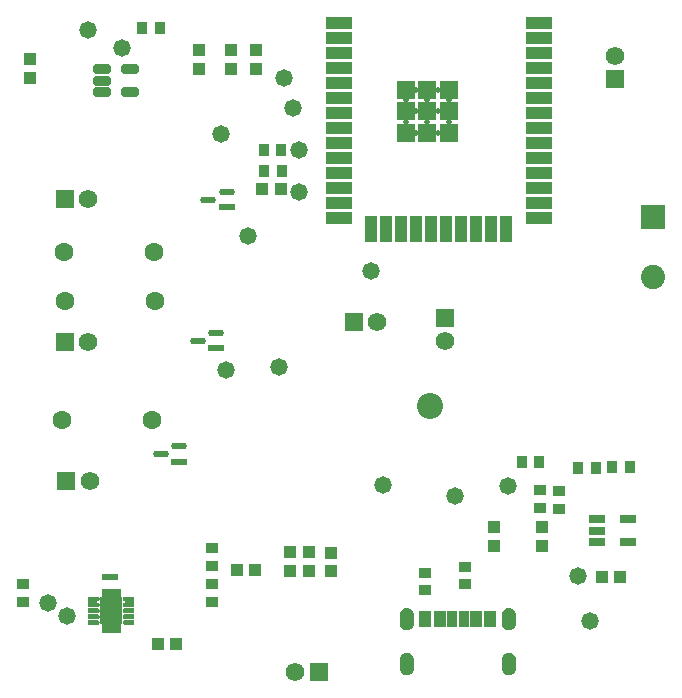
<source format=gts>
G04*
G04 #@! TF.GenerationSoftware,Altium Limited,Altium Designer,20.1.14 (287)*
G04*
G04 Layer_Color=8388736*
%FSLAX25Y25*%
%MOIN*%
G70*
G04*
G04 #@! TF.SameCoordinates,9BBB710E-F05C-4809-8D11-837B32203116*
G04*
G04*
G04 #@! TF.FilePolarity,Negative*
G04*
G01*
G75*
%ADD35R,0.02769X0.01981*%
%ADD36R,0.03556X0.04343*%
%ADD37R,0.05383X0.02122*%
G04:AMPARAMS|DCode=38|XSize=53.83mil|YSize=21.22mil|CornerRadius=10.61mil|HoleSize=0mil|Usage=FLASHONLY|Rotation=180.000|XOffset=0mil|YOffset=0mil|HoleType=Round|Shape=RoundedRectangle|*
%AMROUNDEDRECTD38*
21,1,0.05383,0.00000,0,0,180.0*
21,1,0.03260,0.02122,0,0,180.0*
1,1,0.02122,-0.01630,0.00000*
1,1,0.02122,0.01630,0.00000*
1,1,0.02122,0.01630,0.00000*
1,1,0.02122,-0.01630,0.00000*
%
%ADD38ROUNDEDRECTD38*%
G04:AMPARAMS|DCode=39|XSize=61.15mil|YSize=31.62mil|CornerRadius=6.95mil|HoleSize=0mil|Usage=FLASHONLY|Rotation=0.000|XOffset=0mil|YOffset=0mil|HoleType=Round|Shape=RoundedRectangle|*
%AMROUNDEDRECTD39*
21,1,0.06115,0.01772,0,0,0.0*
21,1,0.04724,0.03162,0,0,0.0*
1,1,0.01391,0.02362,-0.00886*
1,1,0.01391,-0.02362,-0.00886*
1,1,0.01391,-0.02362,0.00886*
1,1,0.01391,0.02362,0.00886*
%
%ADD39ROUNDEDRECTD39*%
%ADD40R,0.04147X0.04147*%
%ADD41R,0.05800X0.03000*%
%ADD42R,0.06036X0.06036*%
%ADD43R,0.08674X0.04343*%
%ADD44R,0.04343X0.08674*%
%ADD45R,0.02769X0.01587*%
%ADD46R,0.02769X0.02769*%
%ADD47R,0.04343X0.03556*%
%ADD48R,0.04343X0.05328*%
%ADD49R,0.03950X0.05328*%
%ADD50R,0.03556X0.05328*%
%ADD51R,0.01587X0.01587*%
%ADD52R,0.04147X0.04147*%
%ADD53C,0.08083*%
%ADD54R,0.08083X0.08083*%
%ADD55R,0.06186X0.06186*%
%ADD56C,0.06186*%
%ADD57R,0.06186X0.06186*%
%ADD58C,0.06312*%
%ADD59C,0.01981*%
%ADD60C,0.02375*%
%ADD61C,0.02769*%
%ADD62C,0.08674*%
%ADD63C,0.05800*%
G36*
X63363Y31759D02*
X63855D01*
Y22743D01*
X63363D01*
Y19987D01*
X61828D01*
Y22743D01*
X61788D01*
Y19987D01*
X60253D01*
Y22743D01*
X60213D01*
Y19987D01*
X58678D01*
Y22743D01*
X58639D01*
Y19987D01*
X57103D01*
Y22743D01*
X56611D01*
Y31759D01*
X57103D01*
Y34515D01*
X58639D01*
Y31759D01*
X58678D01*
Y34515D01*
X60213D01*
Y31759D01*
X60253D01*
Y34515D01*
X61788D01*
Y31759D01*
X61828D01*
Y34515D01*
X63363D01*
Y31759D01*
D02*
G37*
G36*
X67989Y30361D02*
X64918D01*
X64875Y30363D01*
X64832Y30366D01*
X64789Y30372D01*
X64746Y30380D01*
X64704Y30390D01*
X64663Y30402D01*
X64622Y30416D01*
X64582Y30433D01*
X64543Y30452D01*
X64505Y30472D01*
X64468Y30495D01*
X64432Y30519D01*
X64398Y30546D01*
X64365Y30574D01*
X64333Y30604D01*
X64304Y30635D01*
X64276Y30668D01*
X64249Y30702D01*
X64225Y30738D01*
X64202Y30775D01*
X64181Y30813D01*
X64163Y30852D01*
X64146Y30892D01*
X64132Y30933D01*
X64119Y30974D01*
X64109Y31016D01*
X64101Y31059D01*
X64096Y31102D01*
X64092Y31145D01*
X64091Y31188D01*
X64092Y31231D01*
X64096Y31275D01*
X64101Y31317D01*
X64109Y31360D01*
X64119Y31402D01*
X64132Y31444D01*
X64146Y31484D01*
X64163Y31525D01*
X64181Y31563D01*
X64202Y31602D01*
X64225Y31639D01*
X64249Y31674D01*
X64276Y31708D01*
X64304Y31741D01*
X64333Y31773D01*
X64365Y31803D01*
X64398Y31831D01*
X64432Y31857D01*
X64468Y31882D01*
X64505Y31904D01*
X64543Y31925D01*
X64582Y31944D01*
X64622Y31960D01*
X64663Y31975D01*
X64704Y31987D01*
X64746Y31997D01*
X64789Y32005D01*
X64832Y32010D01*
X64875Y32014D01*
X64918Y32015D01*
X67989D01*
Y30361D01*
D02*
G37*
G36*
X55591Y32014D02*
X55634Y32010D01*
X55677Y32005D01*
X55720Y31997D01*
X55762Y31987D01*
X55804Y31975D01*
X55844Y31960D01*
X55884Y31944D01*
X55923Y31925D01*
X55961Y31904D01*
X55998Y31882D01*
X56034Y31857D01*
X56068Y31831D01*
X56101Y31803D01*
X56133Y31773D01*
X56162Y31741D01*
X56191Y31708D01*
X56217Y31674D01*
X56241Y31639D01*
X56264Y31602D01*
X56285Y31563D01*
X56303Y31525D01*
X56320Y31484D01*
X56334Y31444D01*
X56347Y31402D01*
X56357Y31360D01*
X56365Y31317D01*
X56370Y31275D01*
X56374Y31231D01*
X56375Y31188D01*
X56374Y31145D01*
X56370Y31102D01*
X56365Y31059D01*
X56357Y31016D01*
X56347Y30974D01*
X56334Y30933D01*
X56320Y30892D01*
X56303Y30852D01*
X56285Y30813D01*
X56264Y30775D01*
X56241Y30738D01*
X56217Y30702D01*
X56191Y30668D01*
X56162Y30635D01*
X56133Y30604D01*
X56101Y30574D01*
X56068Y30546D01*
X56034Y30519D01*
X55998Y30495D01*
X55961Y30472D01*
X55923Y30452D01*
X55884Y30433D01*
X55844Y30416D01*
X55804Y30402D01*
X55762Y30390D01*
X55720Y30380D01*
X55677Y30372D01*
X55634Y30366D01*
X55591Y30363D01*
X55548Y30361D01*
X52477D01*
Y32015D01*
X55548D01*
X55591Y32014D01*
D02*
G37*
G36*
X67989Y28393D02*
X64918D01*
X64875Y28394D01*
X64832Y28397D01*
X64789Y28403D01*
X64746Y28411D01*
X64704Y28421D01*
X64663Y28433D01*
X64622Y28448D01*
X64582Y28464D01*
X64543Y28483D01*
X64505Y28504D01*
X64468Y28526D01*
X64432Y28551D01*
X64398Y28577D01*
X64365Y28605D01*
X64333Y28635D01*
X64304Y28666D01*
X64276Y28699D01*
X64249Y28734D01*
X64225Y28769D01*
X64202Y28806D01*
X64181Y28844D01*
X64163Y28883D01*
X64146Y28923D01*
X64132Y28964D01*
X64119Y29006D01*
X64109Y29048D01*
X64101Y29090D01*
X64096Y29133D01*
X64092Y29176D01*
X64091Y29220D01*
X64092Y29263D01*
X64096Y29306D01*
X64101Y29349D01*
X64109Y29392D01*
X64119Y29434D01*
X64132Y29475D01*
X64146Y29516D01*
X64163Y29556D01*
X64181Y29595D01*
X64202Y29633D01*
X64225Y29670D01*
X64249Y29706D01*
X64276Y29740D01*
X64304Y29773D01*
X64333Y29804D01*
X64365Y29834D01*
X64398Y29862D01*
X64432Y29889D01*
X64468Y29913D01*
X64505Y29936D01*
X64543Y29956D01*
X64582Y29975D01*
X64622Y29992D01*
X64663Y30006D01*
X64704Y30018D01*
X64746Y30028D01*
X64789Y30036D01*
X64832Y30042D01*
X64875Y30045D01*
X64918Y30046D01*
X67989D01*
Y28393D01*
D02*
G37*
G36*
X55591Y30045D02*
X55634Y30042D01*
X55677Y30036D01*
X55720Y30028D01*
X55762Y30018D01*
X55804Y30006D01*
X55844Y29992D01*
X55884Y29975D01*
X55923Y29956D01*
X55961Y29936D01*
X55998Y29913D01*
X56034Y29889D01*
X56068Y29862D01*
X56101Y29834D01*
X56133Y29804D01*
X56162Y29773D01*
X56191Y29740D01*
X56217Y29706D01*
X56241Y29670D01*
X56264Y29633D01*
X56285Y29595D01*
X56303Y29556D01*
X56320Y29516D01*
X56334Y29475D01*
X56347Y29434D01*
X56357Y29392D01*
X56365Y29349D01*
X56370Y29306D01*
X56374Y29263D01*
X56375Y29220D01*
X56374Y29176D01*
X56370Y29133D01*
X56365Y29090D01*
X56357Y29048D01*
X56347Y29006D01*
X56334Y28964D01*
X56320Y28923D01*
X56303Y28883D01*
X56285Y28844D01*
X56264Y28806D01*
X56241Y28769D01*
X56217Y28734D01*
X56191Y28699D01*
X56162Y28666D01*
X56133Y28635D01*
X56101Y28605D01*
X56068Y28577D01*
X56034Y28551D01*
X55998Y28526D01*
X55961Y28504D01*
X55923Y28483D01*
X55884Y28464D01*
X55844Y28448D01*
X55804Y28433D01*
X55762Y28421D01*
X55720Y28411D01*
X55677Y28403D01*
X55634Y28397D01*
X55591Y28394D01*
X55548Y28393D01*
X52477D01*
Y30046D01*
X55548D01*
X55591Y30045D01*
D02*
G37*
G36*
X67989Y26424D02*
X64918D01*
X64875Y26425D01*
X64832Y26429D01*
X64789Y26435D01*
X64746Y26443D01*
X64704Y26453D01*
X64663Y26465D01*
X64622Y26479D01*
X64582Y26496D01*
X64543Y26515D01*
X64505Y26535D01*
X64468Y26558D01*
X64432Y26582D01*
X64398Y26609D01*
X64365Y26637D01*
X64333Y26667D01*
X64304Y26698D01*
X64276Y26731D01*
X64249Y26765D01*
X64225Y26801D01*
X64202Y26838D01*
X64181Y26876D01*
X64163Y26915D01*
X64146Y26955D01*
X64132Y26996D01*
X64119Y27037D01*
X64109Y27079D01*
X64101Y27122D01*
X64096Y27165D01*
X64092Y27208D01*
X64091Y27251D01*
X64092Y27294D01*
X64096Y27338D01*
X64101Y27380D01*
X64109Y27423D01*
X64119Y27465D01*
X64132Y27507D01*
X64146Y27547D01*
X64163Y27588D01*
X64181Y27626D01*
X64202Y27665D01*
X64225Y27702D01*
X64249Y27737D01*
X64276Y27771D01*
X64304Y27804D01*
X64333Y27836D01*
X64365Y27866D01*
X64398Y27894D01*
X64432Y27920D01*
X64468Y27945D01*
X64505Y27967D01*
X64543Y27988D01*
X64582Y28007D01*
X64622Y28023D01*
X64663Y28038D01*
X64704Y28050D01*
X64746Y28060D01*
X64789Y28068D01*
X64832Y28073D01*
X64875Y28077D01*
X64918Y28078D01*
X67989D01*
Y26424D01*
D02*
G37*
G36*
X55591Y28077D02*
X55634Y28073D01*
X55677Y28068D01*
X55720Y28060D01*
X55762Y28050D01*
X55804Y28038D01*
X55844Y28023D01*
X55884Y28007D01*
X55923Y27988D01*
X55961Y27967D01*
X55998Y27945D01*
X56034Y27920D01*
X56068Y27894D01*
X56101Y27866D01*
X56133Y27836D01*
X56162Y27804D01*
X56191Y27771D01*
X56217Y27737D01*
X56241Y27702D01*
X56264Y27665D01*
X56285Y27626D01*
X56303Y27588D01*
X56320Y27547D01*
X56334Y27507D01*
X56347Y27465D01*
X56357Y27423D01*
X56365Y27380D01*
X56370Y27338D01*
X56374Y27294D01*
X56375Y27251D01*
X56374Y27208D01*
X56370Y27165D01*
X56365Y27122D01*
X56357Y27079D01*
X56347Y27037D01*
X56334Y26996D01*
X56320Y26955D01*
X56303Y26915D01*
X56285Y26876D01*
X56264Y26838D01*
X56241Y26801D01*
X56217Y26765D01*
X56191Y26731D01*
X56162Y26698D01*
X56133Y26667D01*
X56101Y26637D01*
X56068Y26609D01*
X56034Y26582D01*
X55998Y26558D01*
X55961Y26535D01*
X55923Y26515D01*
X55884Y26496D01*
X55844Y26479D01*
X55804Y26465D01*
X55762Y26453D01*
X55720Y26443D01*
X55677Y26435D01*
X55634Y26429D01*
X55591Y26425D01*
X55548Y26424D01*
X52477D01*
Y28078D01*
X55548D01*
X55591Y28077D01*
D02*
G37*
G36*
X67989Y24456D02*
X64918D01*
X64875Y24457D01*
X64832Y24460D01*
X64789Y24466D01*
X64746Y24474D01*
X64704Y24484D01*
X64663Y24496D01*
X64622Y24511D01*
X64582Y24527D01*
X64543Y24546D01*
X64505Y24567D01*
X64468Y24589D01*
X64432Y24614D01*
X64398Y24640D01*
X64365Y24668D01*
X64333Y24698D01*
X64304Y24730D01*
X64276Y24762D01*
X64249Y24797D01*
X64225Y24832D01*
X64202Y24869D01*
X64181Y24907D01*
X64163Y24946D01*
X64146Y24986D01*
X64132Y25027D01*
X64119Y25069D01*
X64109Y25111D01*
X64101Y25153D01*
X64096Y25196D01*
X64092Y25239D01*
X64091Y25283D01*
X64092Y25326D01*
X64096Y25369D01*
X64101Y25412D01*
X64109Y25455D01*
X64119Y25497D01*
X64132Y25538D01*
X64146Y25579D01*
X64163Y25619D01*
X64181Y25658D01*
X64202Y25696D01*
X64225Y25733D01*
X64249Y25769D01*
X64276Y25803D01*
X64304Y25836D01*
X64333Y25867D01*
X64365Y25897D01*
X64398Y25925D01*
X64432Y25952D01*
X64468Y25976D01*
X64505Y25999D01*
X64543Y26019D01*
X64582Y26038D01*
X64622Y26054D01*
X64663Y26069D01*
X64704Y26081D01*
X64746Y26091D01*
X64789Y26099D01*
X64832Y26105D01*
X64875Y26108D01*
X64918Y26109D01*
X67989D01*
Y24456D01*
D02*
G37*
G36*
X55591Y26108D02*
X55634Y26105D01*
X55677Y26099D01*
X55720Y26091D01*
X55762Y26081D01*
X55804Y26069D01*
X55844Y26054D01*
X55884Y26038D01*
X55923Y26019D01*
X55961Y25999D01*
X55998Y25976D01*
X56034Y25952D01*
X56068Y25925D01*
X56101Y25897D01*
X56133Y25867D01*
X56162Y25836D01*
X56191Y25803D01*
X56217Y25769D01*
X56241Y25733D01*
X56264Y25696D01*
X56285Y25658D01*
X56303Y25619D01*
X56320Y25579D01*
X56334Y25538D01*
X56347Y25497D01*
X56357Y25455D01*
X56365Y25412D01*
X56370Y25369D01*
X56374Y25326D01*
X56375Y25283D01*
X56374Y25239D01*
X56370Y25196D01*
X56365Y25153D01*
X56357Y25111D01*
X56347Y25069D01*
X56334Y25027D01*
X56320Y24986D01*
X56303Y24946D01*
X56285Y24907D01*
X56264Y24869D01*
X56241Y24832D01*
X56217Y24797D01*
X56191Y24762D01*
X56162Y24730D01*
X56133Y24698D01*
X56101Y24668D01*
X56068Y24640D01*
X56034Y24614D01*
X55998Y24589D01*
X55961Y24567D01*
X55923Y24546D01*
X55884Y24527D01*
X55844Y24511D01*
X55804Y24496D01*
X55762Y24484D01*
X55720Y24474D01*
X55677Y24466D01*
X55634Y24460D01*
X55591Y24457D01*
X55548Y24456D01*
X52477D01*
Y26109D01*
X55548D01*
X55591Y26108D01*
D02*
G37*
G36*
X67989Y22487D02*
X64918D01*
X64875Y22489D01*
X64832Y22492D01*
X64789Y22498D01*
X64746Y22505D01*
X64704Y22516D01*
X64663Y22528D01*
X64622Y22542D01*
X64582Y22559D01*
X64543Y22578D01*
X64505Y22598D01*
X64468Y22621D01*
X64432Y22645D01*
X64398Y22672D01*
X64365Y22700D01*
X64333Y22730D01*
X64304Y22761D01*
X64276Y22794D01*
X64249Y22828D01*
X64225Y22864D01*
X64202Y22901D01*
X64181Y22939D01*
X64163Y22978D01*
X64146Y23018D01*
X64132Y23059D01*
X64119Y23100D01*
X64109Y23142D01*
X64101Y23185D01*
X64096Y23228D01*
X64092Y23271D01*
X64091Y23314D01*
X64092Y23358D01*
X64096Y23401D01*
X64101Y23444D01*
X64109Y23486D01*
X64119Y23528D01*
X64132Y23570D01*
X64146Y23610D01*
X64163Y23651D01*
X64181Y23689D01*
X64202Y23728D01*
X64225Y23765D01*
X64249Y23800D01*
X64276Y23834D01*
X64304Y23867D01*
X64333Y23899D01*
X64365Y23929D01*
X64398Y23957D01*
X64432Y23983D01*
X64468Y24008D01*
X64505Y24030D01*
X64543Y24051D01*
X64582Y24069D01*
X64622Y24086D01*
X64663Y24101D01*
X64704Y24113D01*
X64746Y24123D01*
X64789Y24131D01*
X64832Y24136D01*
X64875Y24140D01*
X64918Y24141D01*
X67989D01*
Y22487D01*
D02*
G37*
G36*
X55591Y24140D02*
X55634Y24136D01*
X55677Y24131D01*
X55720Y24123D01*
X55762Y24113D01*
X55804Y24101D01*
X55844Y24086D01*
X55884Y24069D01*
X55923Y24051D01*
X55961Y24030D01*
X55998Y24008D01*
X56034Y23983D01*
X56068Y23957D01*
X56101Y23929D01*
X56133Y23899D01*
X56162Y23867D01*
X56191Y23834D01*
X56217Y23800D01*
X56241Y23765D01*
X56264Y23728D01*
X56285Y23689D01*
X56303Y23651D01*
X56320Y23610D01*
X56334Y23570D01*
X56347Y23528D01*
X56357Y23486D01*
X56365Y23444D01*
X56370Y23401D01*
X56374Y23358D01*
X56375Y23314D01*
X56374Y23271D01*
X56370Y23228D01*
X56365Y23185D01*
X56357Y23142D01*
X56347Y23100D01*
X56334Y23059D01*
X56320Y23018D01*
X56303Y22978D01*
X56285Y22939D01*
X56264Y22901D01*
X56241Y22864D01*
X56217Y22828D01*
X56191Y22794D01*
X56162Y22761D01*
X56133Y22730D01*
X56101Y22700D01*
X56068Y22672D01*
X56034Y22645D01*
X55998Y22621D01*
X55961Y22598D01*
X55923Y22578D01*
X55884Y22559D01*
X55844Y22542D01*
X55804Y22528D01*
X55762Y22516D01*
X55720Y22505D01*
X55677Y22498D01*
X55634Y22492D01*
X55591Y22489D01*
X55548Y22487D01*
X52477D01*
Y24141D01*
X55548D01*
X55591Y24140D01*
D02*
G37*
G36*
X192939Y28198D02*
X193063Y28188D01*
X193185Y28172D01*
X193307Y28149D01*
X193427Y28120D01*
X193546Y28085D01*
X193662Y28044D01*
X193777Y27997D01*
X193888Y27943D01*
X193997Y27884D01*
X194102Y27820D01*
X194204Y27750D01*
X194302Y27674D01*
X194396Y27594D01*
X194486Y27509D01*
X194571Y27419D01*
X194651Y27325D01*
X194727Y27227D01*
X194797Y27125D01*
X194861Y27020D01*
X194921Y26911D01*
X194974Y26799D01*
X195021Y26685D01*
X195062Y26568D01*
X195097Y26450D01*
X195126Y26330D01*
X195149Y26208D01*
X195165Y26085D01*
X195175Y25962D01*
X195178Y25839D01*
Y24461D01*
X192816D01*
Y24421D01*
X195178D01*
Y23083D01*
X195175Y22959D01*
X195165Y22836D01*
X195149Y22713D01*
X195126Y22592D01*
X195097Y22471D01*
X195062Y22353D01*
X195021Y22236D01*
X194974Y22122D01*
X194921Y22010D01*
X194861Y21902D01*
X194797Y21796D01*
X194727Y21694D01*
X194651Y21596D01*
X194571Y21502D01*
X194486Y21412D01*
X194396Y21327D01*
X194302Y21247D01*
X194204Y21172D01*
X194102Y21102D01*
X193997Y21037D01*
X193888Y20978D01*
X193777Y20925D01*
X193662Y20877D01*
X193546Y20836D01*
X193427Y20801D01*
X193307Y20772D01*
X193185Y20750D01*
X193063Y20733D01*
X192939Y20724D01*
X192816Y20720D01*
X192692Y20724D01*
X192569Y20733D01*
X192446Y20750D01*
X192325Y20772D01*
X192204Y20801D01*
X192086Y20836D01*
X191969Y20877D01*
X191855Y20925D01*
X191743Y20978D01*
X191635Y21037D01*
X191529Y21102D01*
X191427Y21172D01*
X191329Y21247D01*
X191235Y21327D01*
X191145Y21412D01*
X191060Y21502D01*
X190980Y21596D01*
X190905Y21694D01*
X190835Y21796D01*
X190770Y21902D01*
X190711Y22010D01*
X190658Y22122D01*
X190610Y22236D01*
X190569Y22353D01*
X190534Y22471D01*
X190505Y22592D01*
X190483Y22713D01*
X190466Y22836D01*
X190457Y22959D01*
X190454Y23083D01*
Y25839D01*
X190457Y25962D01*
X190466Y26085D01*
X190483Y26208D01*
X190505Y26330D01*
X190534Y26450D01*
X190569Y26568D01*
X190610Y26685D01*
X190658Y26799D01*
X190711Y26911D01*
X190770Y27020D01*
X190835Y27125D01*
X190905Y27227D01*
X190980Y27325D01*
X191060Y27419D01*
X191145Y27509D01*
X191235Y27594D01*
X191329Y27674D01*
X191427Y27750D01*
X191529Y27820D01*
X191635Y27884D01*
X191743Y27943D01*
X191855Y27997D01*
X191969Y28044D01*
X192086Y28085D01*
X192204Y28120D01*
X192325Y28149D01*
X192446Y28172D01*
X192569Y28188D01*
X192692Y28198D01*
X192816Y28201D01*
X192939Y28198D01*
D02*
G37*
G36*
X158924D02*
X159047Y28188D01*
X159169Y28172D01*
X159291Y28149D01*
X159411Y28120D01*
X159530Y28085D01*
X159646Y28044D01*
X159761Y27997D01*
X159872Y27943D01*
X159981Y27884D01*
X160087Y27820D01*
X160188Y27750D01*
X160287Y27674D01*
X160381Y27594D01*
X160470Y27509D01*
X160556Y27419D01*
X160636Y27325D01*
X160711Y27227D01*
X160781Y27125D01*
X160846Y27020D01*
X160905Y26911D01*
X160958Y26799D01*
X161005Y26685D01*
X161047Y26568D01*
X161082Y26450D01*
X161111Y26330D01*
X161133Y26208D01*
X161149Y26085D01*
X161159Y25962D01*
X161162Y25839D01*
Y24461D01*
X158800D01*
Y24421D01*
X161162D01*
Y23083D01*
X161159Y22959D01*
X161149Y22836D01*
X161133Y22713D01*
X161111Y22592D01*
X161082Y22471D01*
X161047Y22353D01*
X161005Y22236D01*
X160958Y22122D01*
X160905Y22010D01*
X160846Y21902D01*
X160781Y21796D01*
X160711Y21694D01*
X160636Y21596D01*
X160556Y21502D01*
X160470Y21412D01*
X160381Y21327D01*
X160287Y21247D01*
X160188Y21172D01*
X160087Y21102D01*
X159981Y21037D01*
X159872Y20978D01*
X159761Y20925D01*
X159646Y20877D01*
X159530Y20836D01*
X159411Y20801D01*
X159291Y20772D01*
X159169Y20750D01*
X159047Y20733D01*
X158924Y20724D01*
X158800Y20720D01*
X158676Y20724D01*
X158553Y20733D01*
X158431Y20750D01*
X158309Y20772D01*
X158189Y20801D01*
X158070Y20836D01*
X157954Y20877D01*
X157839Y20925D01*
X157728Y20978D01*
X157619Y21037D01*
X157513Y21102D01*
X157412Y21172D01*
X157313Y21247D01*
X157219Y21327D01*
X157130Y21412D01*
X157044Y21502D01*
X156964Y21596D01*
X156889Y21694D01*
X156819Y21796D01*
X156754Y21902D01*
X156695Y22010D01*
X156642Y22122D01*
X156595Y22236D01*
X156553Y22353D01*
X156518Y22471D01*
X156489Y22592D01*
X156467Y22713D01*
X156451Y22836D01*
X156441Y22959D01*
X156438Y23083D01*
Y25839D01*
X156441Y25962D01*
X156451Y26085D01*
X156467Y26208D01*
X156489Y26330D01*
X156518Y26450D01*
X156553Y26568D01*
X156595Y26685D01*
X156642Y26799D01*
X156695Y26911D01*
X156754Y27020D01*
X156819Y27125D01*
X156889Y27227D01*
X156964Y27325D01*
X157044Y27419D01*
X157130Y27509D01*
X157219Y27594D01*
X157313Y27674D01*
X157412Y27750D01*
X157513Y27820D01*
X157619Y27884D01*
X157728Y27943D01*
X157839Y27997D01*
X157954Y28044D01*
X158070Y28085D01*
X158189Y28120D01*
X158309Y28149D01*
X158431Y28172D01*
X158553Y28188D01*
X158676Y28198D01*
X158800Y28201D01*
X158924Y28198D01*
D02*
G37*
G36*
X192939Y13237D02*
X193063Y13227D01*
X193185Y13211D01*
X193307Y13189D01*
X193427Y13160D01*
X193546Y13125D01*
X193662Y13083D01*
X193777Y13036D01*
X193888Y12983D01*
X193997Y12924D01*
X194102Y12859D01*
X194204Y12789D01*
X194302Y12714D01*
X194396Y12633D01*
X194486Y12548D01*
X194571Y12459D01*
X194651Y12365D01*
X194727Y12266D01*
X194797Y12165D01*
X194861Y12059D01*
X194921Y11950D01*
X194974Y11839D01*
X195021Y11725D01*
X195062Y11608D01*
X195097Y11489D01*
X195126Y11369D01*
X195149Y11248D01*
X195165Y11125D01*
X195175Y11002D01*
X195178Y10878D01*
Y9500D01*
X192816D01*
Y9461D01*
X195178D01*
Y8122D01*
X195175Y7998D01*
X195165Y7875D01*
X195149Y7752D01*
X195126Y7631D01*
X195097Y7511D01*
X195062Y7392D01*
X195021Y7276D01*
X194974Y7161D01*
X194921Y7050D01*
X194861Y6941D01*
X194797Y6836D01*
X194727Y6734D01*
X194651Y6635D01*
X194571Y6541D01*
X194486Y6452D01*
X194396Y6367D01*
X194302Y6286D01*
X194204Y6211D01*
X194102Y6141D01*
X193997Y6076D01*
X193888Y6017D01*
X193777Y5964D01*
X193662Y5917D01*
X193546Y5875D01*
X193427Y5840D01*
X193307Y5812D01*
X193185Y5789D01*
X193063Y5773D01*
X192939Y5763D01*
X192816Y5760D01*
X192692Y5763D01*
X192569Y5773D01*
X192446Y5789D01*
X192325Y5812D01*
X192204Y5840D01*
X192086Y5875D01*
X191969Y5917D01*
X191855Y5964D01*
X191743Y6017D01*
X191635Y6076D01*
X191529Y6141D01*
X191427Y6211D01*
X191329Y6286D01*
X191235Y6367D01*
X191145Y6452D01*
X191060Y6541D01*
X190980Y6635D01*
X190905Y6734D01*
X190835Y6836D01*
X190770Y6941D01*
X190711Y7050D01*
X190658Y7161D01*
X190610Y7276D01*
X190569Y7392D01*
X190534Y7511D01*
X190505Y7631D01*
X190483Y7752D01*
X190466Y7875D01*
X190457Y7998D01*
X190454Y8122D01*
Y10878D01*
X190457Y11002D01*
X190466Y11125D01*
X190483Y11248D01*
X190505Y11369D01*
X190534Y11489D01*
X190569Y11608D01*
X190610Y11725D01*
X190658Y11839D01*
X190711Y11950D01*
X190770Y12059D01*
X190835Y12165D01*
X190905Y12266D01*
X190980Y12365D01*
X191060Y12459D01*
X191145Y12548D01*
X191235Y12633D01*
X191329Y12714D01*
X191427Y12789D01*
X191529Y12859D01*
X191635Y12924D01*
X191743Y12983D01*
X191855Y13036D01*
X191969Y13083D01*
X192086Y13125D01*
X192204Y13160D01*
X192325Y13189D01*
X192446Y13211D01*
X192569Y13227D01*
X192692Y13237D01*
X192816Y13240D01*
X192939Y13237D01*
D02*
G37*
G36*
X158924D02*
X159047Y13227D01*
X159169Y13211D01*
X159291Y13189D01*
X159411Y13160D01*
X159530Y13125D01*
X159646Y13083D01*
X159761Y13036D01*
X159872Y12983D01*
X159981Y12924D01*
X160087Y12859D01*
X160188Y12789D01*
X160287Y12714D01*
X160381Y12633D01*
X160470Y12548D01*
X160556Y12459D01*
X160636Y12365D01*
X160711Y12266D01*
X160781Y12165D01*
X160846Y12059D01*
X160905Y11950D01*
X160958Y11839D01*
X161005Y11725D01*
X161047Y11608D01*
X161082Y11489D01*
X161111Y11369D01*
X161133Y11248D01*
X161149Y11125D01*
X161159Y11002D01*
X161162Y10878D01*
Y9500D01*
X158800D01*
Y9461D01*
X161162D01*
Y8122D01*
X161159Y7998D01*
X161149Y7875D01*
X161133Y7752D01*
X161111Y7631D01*
X161082Y7511D01*
X161047Y7392D01*
X161005Y7276D01*
X160958Y7161D01*
X160905Y7050D01*
X160846Y6941D01*
X160781Y6836D01*
X160711Y6734D01*
X160636Y6635D01*
X160556Y6541D01*
X160470Y6452D01*
X160381Y6367D01*
X160287Y6286D01*
X160188Y6211D01*
X160087Y6141D01*
X159981Y6076D01*
X159872Y6017D01*
X159761Y5964D01*
X159646Y5917D01*
X159530Y5875D01*
X159411Y5840D01*
X159291Y5812D01*
X159169Y5789D01*
X159047Y5773D01*
X158924Y5763D01*
X158800Y5760D01*
X158676Y5763D01*
X158553Y5773D01*
X158431Y5789D01*
X158309Y5812D01*
X158189Y5840D01*
X158070Y5875D01*
X157954Y5917D01*
X157839Y5964D01*
X157728Y6017D01*
X157619Y6076D01*
X157513Y6141D01*
X157412Y6211D01*
X157313Y6286D01*
X157219Y6367D01*
X157130Y6452D01*
X157044Y6541D01*
X156964Y6635D01*
X156889Y6734D01*
X156819Y6836D01*
X156754Y6941D01*
X156695Y7050D01*
X156642Y7161D01*
X156595Y7276D01*
X156553Y7392D01*
X156518Y7511D01*
X156489Y7631D01*
X156467Y7752D01*
X156451Y7875D01*
X156441Y7998D01*
X156438Y8122D01*
Y10878D01*
X156441Y11002D01*
X156451Y11125D01*
X156467Y11248D01*
X156489Y11369D01*
X156518Y11489D01*
X156553Y11608D01*
X156595Y11725D01*
X156642Y11839D01*
X156695Y11950D01*
X156754Y12059D01*
X156819Y12165D01*
X156889Y12266D01*
X156964Y12365D01*
X157044Y12459D01*
X157130Y12548D01*
X157219Y12633D01*
X157313Y12714D01*
X157412Y12789D01*
X157513Y12859D01*
X157619Y12924D01*
X157728Y12983D01*
X157839Y13036D01*
X157954Y13083D01*
X158070Y13125D01*
X158189Y13160D01*
X158309Y13189D01*
X158431Y13211D01*
X158553Y13227D01*
X158676Y13237D01*
X158800Y13240D01*
X158924Y13237D01*
D02*
G37*
D35*
X58465Y38620D02*
D03*
X61221D02*
D03*
D36*
X215947Y74900D02*
D03*
X221853D02*
D03*
X197047Y77000D02*
D03*
X202953D02*
D03*
X111200Y173900D02*
D03*
X117105D02*
D03*
X117006Y180900D02*
D03*
X111100D02*
D03*
X70647Y221600D02*
D03*
X76553D02*
D03*
X227147Y75100D02*
D03*
X233053D02*
D03*
D37*
X82932Y76941D02*
D03*
X98732Y161741D02*
D03*
X95232Y114741D02*
D03*
D38*
X82932Y82059D02*
D03*
X76868Y79500D02*
D03*
X92668Y164300D02*
D03*
X98732Y166859D02*
D03*
X95232Y119859D02*
D03*
X89168Y117300D02*
D03*
D39*
X66665Y207740D02*
D03*
Y200260D02*
D03*
X57335D02*
D03*
Y204000D02*
D03*
Y207740D02*
D03*
D40*
X133465Y40468D02*
D03*
Y46571D02*
D03*
X33100Y204949D02*
D03*
Y211051D02*
D03*
X126265Y40617D02*
D03*
Y46720D02*
D03*
X100100Y214102D02*
D03*
Y208000D02*
D03*
X108600Y214102D02*
D03*
Y208000D02*
D03*
X187800Y55051D02*
D03*
Y48949D02*
D03*
X89600Y214051D02*
D03*
Y207949D02*
D03*
X119765Y46771D02*
D03*
Y40668D02*
D03*
X203800Y48949D02*
D03*
Y55051D02*
D03*
D41*
X232400Y57700D02*
D03*
Y50300D02*
D03*
X222200D02*
D03*
Y54000D02*
D03*
Y57700D02*
D03*
D42*
X172800Y186551D02*
D03*
X165576D02*
D03*
X158351D02*
D03*
X172800Y193776D02*
D03*
X165576D02*
D03*
X158351D02*
D03*
X172800Y201000D02*
D03*
X165576D02*
D03*
X158351D02*
D03*
D43*
X202977Y223303D02*
D03*
Y218303D02*
D03*
Y213303D02*
D03*
Y208303D02*
D03*
Y203303D02*
D03*
Y198303D02*
D03*
Y193303D02*
D03*
Y188303D02*
D03*
Y183303D02*
D03*
Y178303D02*
D03*
Y173303D02*
D03*
Y168303D02*
D03*
Y163303D02*
D03*
Y158303D02*
D03*
X136048D02*
D03*
Y163303D02*
D03*
Y168303D02*
D03*
Y173303D02*
D03*
Y178303D02*
D03*
Y183303D02*
D03*
Y188303D02*
D03*
Y193303D02*
D03*
Y198303D02*
D03*
Y203303D02*
D03*
Y208303D02*
D03*
Y213303D02*
D03*
Y218303D02*
D03*
Y223303D02*
D03*
D44*
X192013Y154366D02*
D03*
X187013D02*
D03*
X182013D02*
D03*
X177013D02*
D03*
X172013D02*
D03*
X167013D02*
D03*
X162013D02*
D03*
X157013D02*
D03*
X152013D02*
D03*
X147013D02*
D03*
D45*
X54426Y31188D02*
D03*
Y29220D02*
D03*
Y27251D02*
D03*
Y25283D02*
D03*
Y23314D02*
D03*
X66040D02*
D03*
Y25283D02*
D03*
Y27251D02*
D03*
Y29220D02*
D03*
Y31188D02*
D03*
D46*
X60233Y27251D02*
D03*
D47*
X178300Y36047D02*
D03*
Y41953D02*
D03*
X164800Y39953D02*
D03*
Y34047D02*
D03*
X209400Y61147D02*
D03*
Y67053D02*
D03*
X203300Y67453D02*
D03*
Y61547D02*
D03*
X30765Y30267D02*
D03*
Y36172D02*
D03*
X93765Y30220D02*
D03*
Y36125D02*
D03*
X93765Y42172D02*
D03*
Y48078D02*
D03*
D48*
X186635Y24461D02*
D03*
X164981D02*
D03*
D49*
X181792D02*
D03*
X169824D02*
D03*
D50*
X173839D02*
D03*
X177776D02*
D03*
D51*
X191339Y9500D02*
D03*
X157324D02*
D03*
X191339Y24461D02*
D03*
X157324D02*
D03*
D52*
X110649Y167800D02*
D03*
X116751D02*
D03*
X223749Y38500D02*
D03*
X229851D02*
D03*
X102213Y40720D02*
D03*
X108316D02*
D03*
X75713Y16220D02*
D03*
X81816D02*
D03*
D53*
X241000Y138500D02*
D03*
D54*
Y158500D02*
D03*
D55*
X228100Y204400D02*
D03*
X171500Y125000D02*
D03*
D56*
X228100Y212274D02*
D03*
X171500Y117126D02*
D03*
X148937Y123665D02*
D03*
X121563Y6835D02*
D03*
X52637Y164465D02*
D03*
Y116965D02*
D03*
X53137Y70465D02*
D03*
D57*
X141063Y123665D02*
D03*
X129437Y6835D02*
D03*
X44763Y164465D02*
D03*
Y116965D02*
D03*
X45263Y70465D02*
D03*
D58*
X74500Y147000D02*
D03*
X44500D02*
D03*
X75000Y130500D02*
D03*
X45000D02*
D03*
X74000Y91000D02*
D03*
X44000D02*
D03*
D59*
X169188Y186551D02*
D03*
X161963D02*
D03*
X172800Y190163D02*
D03*
X165576D02*
D03*
X158351D02*
D03*
X169188Y193776D02*
D03*
X161963D02*
D03*
X172800Y197388D02*
D03*
X165576D02*
D03*
X158351D02*
D03*
X169188Y201000D02*
D03*
X161963D02*
D03*
D60*
X62202Y29220D02*
D03*
X58265D02*
D03*
X60233Y27251D02*
D03*
X58265Y25283D02*
D03*
X62202D02*
D03*
D61*
X192816Y9500D02*
D03*
X158800D02*
D03*
X192816Y24461D02*
D03*
X158800D02*
D03*
D62*
X166600Y95600D02*
D03*
D63*
X192500Y69000D02*
D03*
X147013Y140500D02*
D03*
X123000Y167000D02*
D03*
X45465Y25520D02*
D03*
X121000Y195000D02*
D03*
X96700Y186200D02*
D03*
X122900Y180800D02*
D03*
X64000Y215000D02*
D03*
X118000Y205000D02*
D03*
X52500Y221000D02*
D03*
X151000Y69253D02*
D03*
X116200Y108600D02*
D03*
X215700Y38900D02*
D03*
X105916Y152100D02*
D03*
X98600Y107500D02*
D03*
X174800Y65500D02*
D03*
X39265Y29720D02*
D03*
X219800Y24000D02*
D03*
M02*

</source>
